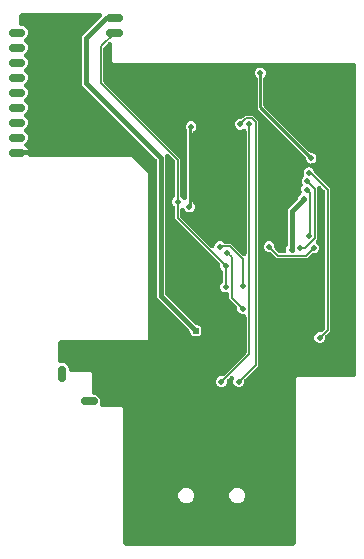
<source format=gbr>
G04 EAGLE Gerber RS-274X export*
G75*
%MOMM*%
%FSLAX34Y34*%
%LPD*%
%INBottom Copper*%
%IPPOS*%
%AMOC8*
5,1,8,0,0,1.08239X$1,22.5*%
G01*
%ADD10C,0.711200*%
%ADD11C,0.503200*%
%ADD12C,0.152400*%
%ADD13C,0.406400*%
%ADD14C,0.604800*%
%ADD15C,0.228600*%

G36*
X365986Y-10697D02*
X365986Y-10697D01*
X366004Y-10699D01*
X366186Y-10678D01*
X366369Y-10659D01*
X366386Y-10654D01*
X366403Y-10652D01*
X366578Y-10595D01*
X366754Y-10541D01*
X366769Y-10533D01*
X366786Y-10527D01*
X366946Y-10437D01*
X367108Y-10349D01*
X367121Y-10338D01*
X367137Y-10329D01*
X367276Y-10209D01*
X367417Y-10092D01*
X367428Y-10078D01*
X367442Y-10066D01*
X367554Y-9921D01*
X367669Y-9778D01*
X367677Y-9762D01*
X367688Y-9748D01*
X367770Y-9583D01*
X367855Y-9421D01*
X367860Y-9404D01*
X367868Y-9388D01*
X367915Y-9209D01*
X367966Y-9034D01*
X367968Y-9016D01*
X367972Y-8999D01*
X367999Y-8668D01*
X367999Y130829D01*
X369171Y132001D01*
X416758Y132001D01*
X416776Y132003D01*
X416794Y132001D01*
X416976Y132022D01*
X417159Y132041D01*
X417176Y132046D01*
X417193Y132048D01*
X417368Y132105D01*
X417544Y132159D01*
X417559Y132167D01*
X417576Y132173D01*
X417736Y132263D01*
X417898Y132351D01*
X417911Y132362D01*
X417927Y132371D01*
X418066Y132491D01*
X418207Y132608D01*
X418218Y132622D01*
X418232Y132634D01*
X418344Y132779D01*
X418459Y132922D01*
X418467Y132938D01*
X418478Y132952D01*
X418560Y133117D01*
X418645Y133279D01*
X418650Y133296D01*
X418658Y133312D01*
X418705Y133491D01*
X418756Y133666D01*
X418758Y133684D01*
X418762Y133701D01*
X418789Y134032D01*
X418789Y396222D01*
X418787Y396240D01*
X418789Y396258D01*
X418768Y396440D01*
X418749Y396623D01*
X418744Y396640D01*
X418742Y396657D01*
X418685Y396832D01*
X418631Y397008D01*
X418623Y397023D01*
X418617Y397040D01*
X418527Y397200D01*
X418439Y397362D01*
X418428Y397375D01*
X418419Y397391D01*
X418299Y397530D01*
X418182Y397671D01*
X418168Y397682D01*
X418156Y397696D01*
X418011Y397808D01*
X417868Y397923D01*
X417852Y397931D01*
X417838Y397942D01*
X417673Y398024D01*
X417511Y398109D01*
X417494Y398114D01*
X417478Y398122D01*
X417299Y398169D01*
X417124Y398220D01*
X417106Y398222D01*
X417089Y398226D01*
X416758Y398253D01*
X213743Y398253D01*
X212571Y399425D01*
X212571Y413727D01*
X212570Y413736D01*
X212571Y413744D01*
X212550Y413936D01*
X212531Y414127D01*
X212529Y414136D01*
X212528Y414145D01*
X212470Y414327D01*
X212413Y414512D01*
X212409Y414520D01*
X212406Y414529D01*
X212313Y414697D01*
X212221Y414866D01*
X212216Y414873D01*
X212211Y414881D01*
X212087Y415028D01*
X211964Y415176D01*
X211957Y415181D01*
X211951Y415188D01*
X211800Y415307D01*
X211650Y415428D01*
X211642Y415432D01*
X211635Y415438D01*
X211462Y415525D01*
X211293Y415613D01*
X211284Y415616D01*
X211276Y415620D01*
X211090Y415672D01*
X210906Y415725D01*
X210897Y415725D01*
X210888Y415728D01*
X210695Y415742D01*
X210504Y415758D01*
X210496Y415757D01*
X210487Y415757D01*
X210294Y415733D01*
X210105Y415711D01*
X210096Y415708D01*
X210087Y415707D01*
X209904Y415645D01*
X209722Y415586D01*
X209714Y415581D01*
X209706Y415579D01*
X209539Y415483D01*
X209371Y415388D01*
X209364Y415382D01*
X209357Y415378D01*
X209104Y415163D01*
X205828Y411887D01*
X205811Y411866D01*
X205790Y411849D01*
X205684Y411711D01*
X205573Y411575D01*
X205560Y411552D01*
X205544Y411531D01*
X205466Y411374D01*
X205384Y411220D01*
X205376Y411194D01*
X205364Y411170D01*
X205319Y411001D01*
X205269Y410834D01*
X205267Y410807D01*
X205260Y410781D01*
X205233Y410451D01*
X205233Y382683D01*
X205235Y382657D01*
X205233Y382630D01*
X205255Y382456D01*
X205273Y382283D01*
X205280Y382257D01*
X205284Y382231D01*
X205339Y382065D01*
X205391Y381898D01*
X205404Y381874D01*
X205412Y381849D01*
X205499Y381697D01*
X205583Y381544D01*
X205600Y381523D01*
X205613Y381500D01*
X205828Y381247D01*
X270003Y317072D01*
X270003Y285866D01*
X270005Y285840D01*
X270003Y285813D01*
X270025Y285639D01*
X270043Y285466D01*
X270050Y285440D01*
X270054Y285414D01*
X270109Y285248D01*
X270161Y285081D01*
X270174Y285057D01*
X270182Y285032D01*
X270269Y284880D01*
X270353Y284727D01*
X270368Y284708D01*
X270376Y284694D01*
X270378Y284692D01*
X270383Y284683D01*
X270598Y284430D01*
X271799Y283229D01*
X271808Y283206D01*
X271810Y283202D01*
X271812Y283198D01*
X271905Y283026D01*
X271998Y282851D01*
X272001Y282848D01*
X272004Y282844D01*
X272130Y282692D01*
X272255Y282541D01*
X272258Y282538D01*
X272261Y282535D01*
X272414Y282412D01*
X272568Y282287D01*
X272572Y282285D01*
X272575Y282282D01*
X272748Y282192D01*
X272924Y282100D01*
X272928Y282099D01*
X272932Y282097D01*
X273121Y282042D01*
X273310Y281987D01*
X273315Y281987D01*
X273319Y281985D01*
X273518Y281969D01*
X273712Y281952D01*
X273716Y281953D01*
X273721Y281952D01*
X273918Y281976D01*
X274112Y281997D01*
X274116Y281999D01*
X274120Y281999D01*
X274311Y282061D01*
X274495Y282121D01*
X274499Y282123D01*
X274503Y282124D01*
X274677Y282222D01*
X274846Y282317D01*
X274850Y282320D01*
X274854Y282322D01*
X275000Y282449D01*
X275152Y282579D01*
X275155Y282582D01*
X275159Y282585D01*
X275279Y282741D01*
X275401Y282896D01*
X275403Y282900D01*
X275405Y282903D01*
X275493Y283079D01*
X275581Y283255D01*
X275583Y283260D01*
X275585Y283264D01*
X275636Y283456D01*
X275688Y283644D01*
X275688Y283648D01*
X275689Y283653D01*
X275716Y283983D01*
X275716Y340857D01*
X275713Y340887D01*
X275715Y340919D01*
X275693Y341088D01*
X275676Y341257D01*
X275667Y341287D01*
X275663Y341318D01*
X275562Y341634D01*
X274883Y343272D01*
X274883Y345068D01*
X275571Y346729D01*
X276841Y347999D01*
X278502Y348687D01*
X280298Y348687D01*
X281959Y347999D01*
X283229Y346729D01*
X283917Y345068D01*
X283917Y343272D01*
X283229Y341611D01*
X281959Y340341D01*
X281798Y340274D01*
X281778Y340264D01*
X281757Y340257D01*
X281601Y340169D01*
X281443Y340084D01*
X281426Y340070D01*
X281406Y340059D01*
X281271Y339942D01*
X281132Y339828D01*
X281118Y339810D01*
X281101Y339796D01*
X280992Y339654D01*
X280879Y339515D01*
X280868Y339495D01*
X280855Y339478D01*
X280775Y339317D01*
X280692Y339159D01*
X280685Y339137D01*
X280675Y339117D01*
X280629Y338943D01*
X280579Y338772D01*
X280577Y338750D01*
X280571Y338728D01*
X280544Y338398D01*
X280544Y280757D01*
X280546Y280731D01*
X280544Y280704D01*
X280566Y280530D01*
X280584Y280357D01*
X280592Y280331D01*
X280595Y280304D01*
X280650Y280139D01*
X280702Y279972D01*
X280715Y279948D01*
X280723Y279923D01*
X280810Y279771D01*
X280894Y279618D01*
X280911Y279597D01*
X280924Y279574D01*
X281139Y279321D01*
X281879Y278581D01*
X282567Y276920D01*
X282567Y275124D01*
X281879Y273463D01*
X280609Y272193D01*
X278948Y271505D01*
X277152Y271505D01*
X275491Y272193D01*
X274221Y273463D01*
X273911Y274213D01*
X273909Y274217D01*
X273907Y274221D01*
X273814Y274394D01*
X273720Y274567D01*
X273718Y274571D01*
X273715Y274575D01*
X273590Y274725D01*
X273464Y274878D01*
X273461Y274881D01*
X273458Y274884D01*
X273304Y275008D01*
X273151Y275132D01*
X273147Y275134D01*
X273144Y275136D01*
X272971Y275226D01*
X272795Y275319D01*
X272790Y275320D01*
X272787Y275322D01*
X272601Y275375D01*
X272409Y275432D01*
X272404Y275432D01*
X272400Y275433D01*
X272203Y275450D01*
X272007Y275466D01*
X272003Y275466D01*
X271998Y275466D01*
X271803Y275443D01*
X271607Y275421D01*
X271603Y275420D01*
X271599Y275419D01*
X271411Y275358D01*
X271224Y275298D01*
X271220Y275296D01*
X271216Y275295D01*
X271043Y275197D01*
X270872Y275102D01*
X270869Y275099D01*
X270865Y275097D01*
X270717Y274969D01*
X270567Y274840D01*
X270564Y274836D01*
X270560Y274833D01*
X270441Y274680D01*
X270318Y274523D01*
X270316Y274519D01*
X270314Y274515D01*
X270227Y274340D01*
X270138Y274163D01*
X270136Y274159D01*
X270134Y274155D01*
X270083Y273964D01*
X270031Y273775D01*
X270031Y273770D01*
X270030Y273766D01*
X270003Y273435D01*
X270003Y268383D01*
X270005Y268357D01*
X270003Y268330D01*
X270025Y268156D01*
X270043Y267983D01*
X270050Y267957D01*
X270054Y267931D01*
X270109Y267765D01*
X270161Y267598D01*
X270174Y267574D01*
X270182Y267549D01*
X270269Y267397D01*
X270353Y267244D01*
X270370Y267223D01*
X270383Y267200D01*
X270598Y266947D01*
X295804Y241741D01*
X295811Y241735D01*
X295816Y241728D01*
X295966Y241608D01*
X296115Y241486D01*
X296123Y241482D01*
X296130Y241476D01*
X296301Y241387D01*
X296471Y241297D01*
X296479Y241295D01*
X296487Y241291D01*
X296673Y241237D01*
X296857Y241183D01*
X296866Y241182D01*
X296874Y241179D01*
X297066Y241164D01*
X297258Y241146D01*
X297267Y241147D01*
X297276Y241146D01*
X297465Y241169D01*
X297658Y241190D01*
X297667Y241192D01*
X297675Y241193D01*
X297857Y241253D01*
X298042Y241311D01*
X298050Y241315D01*
X298058Y241318D01*
X298227Y241413D01*
X298394Y241506D01*
X298401Y241512D01*
X298409Y241516D01*
X298555Y241642D01*
X298701Y241766D01*
X298707Y241773D01*
X298714Y241779D01*
X298831Y241931D01*
X298951Y242082D01*
X298955Y242090D01*
X298960Y242097D01*
X299046Y242269D01*
X299133Y242441D01*
X299136Y242450D01*
X299140Y242458D01*
X299190Y242644D01*
X299241Y242829D01*
X299242Y242838D01*
X299244Y242847D01*
X299271Y243177D01*
X299271Y243468D01*
X299959Y245129D01*
X301229Y246399D01*
X302890Y247087D01*
X304686Y247087D01*
X306347Y246399D01*
X307350Y245396D01*
X307371Y245379D01*
X307388Y245358D01*
X307526Y245251D01*
X307661Y245141D01*
X307685Y245128D01*
X307706Y245112D01*
X307863Y245034D01*
X308017Y244952D01*
X308043Y244944D01*
X308067Y244932D01*
X308236Y244887D01*
X308403Y244837D01*
X308430Y244835D01*
X308456Y244828D01*
X308786Y244801D01*
X312908Y244801D01*
X314694Y243015D01*
X322907Y234802D01*
X322914Y234797D01*
X322919Y234790D01*
X323069Y234669D01*
X323218Y234547D01*
X323226Y234543D01*
X323233Y234537D01*
X323403Y234449D01*
X323574Y234359D01*
X323583Y234356D01*
X323590Y234352D01*
X323775Y234299D01*
X323960Y234244D01*
X323969Y234243D01*
X323977Y234240D01*
X324169Y234225D01*
X324361Y234207D01*
X324370Y234208D01*
X324379Y234208D01*
X324568Y234230D01*
X324761Y234251D01*
X324770Y234253D01*
X324778Y234255D01*
X324960Y234314D01*
X325145Y234372D01*
X325153Y234377D01*
X325161Y234379D01*
X325330Y234474D01*
X325497Y234567D01*
X325504Y234573D01*
X325512Y234577D01*
X325658Y234703D01*
X325804Y234828D01*
X325810Y234835D01*
X325817Y234840D01*
X325934Y234992D01*
X326054Y235144D01*
X326058Y235152D01*
X326063Y235159D01*
X326149Y235331D01*
X326236Y235502D01*
X326239Y235511D01*
X326243Y235519D01*
X326293Y235706D01*
X326344Y235890D01*
X326345Y235899D01*
X326347Y235908D01*
X326374Y236239D01*
X326374Y340463D01*
X326373Y340477D01*
X326374Y340490D01*
X326353Y340676D01*
X326334Y340864D01*
X326330Y340877D01*
X326329Y340890D01*
X326271Y341069D01*
X326216Y341249D01*
X326210Y341261D01*
X326206Y341274D01*
X326114Y341438D01*
X326024Y341603D01*
X326016Y341613D01*
X326009Y341625D01*
X325887Y341768D01*
X325767Y341912D01*
X325756Y341921D01*
X325748Y341931D01*
X325599Y342047D01*
X325453Y342165D01*
X325441Y342171D01*
X325431Y342179D01*
X325262Y342264D01*
X325096Y342350D01*
X325083Y342354D01*
X325071Y342360D01*
X324890Y342409D01*
X324709Y342462D01*
X324695Y342463D01*
X324682Y342466D01*
X324494Y342479D01*
X324307Y342494D01*
X324294Y342493D01*
X324281Y342494D01*
X324093Y342469D01*
X323908Y342447D01*
X323895Y342443D01*
X323882Y342442D01*
X323566Y342340D01*
X321813Y341614D01*
X320017Y341614D01*
X318356Y342302D01*
X317086Y343572D01*
X316398Y345233D01*
X316398Y347029D01*
X317086Y348690D01*
X318356Y349960D01*
X320017Y350648D01*
X321771Y350648D01*
X321798Y350650D01*
X321824Y350648D01*
X321998Y350670D01*
X322172Y350688D01*
X322197Y350695D01*
X322224Y350699D01*
X322390Y350754D01*
X322557Y350806D01*
X322580Y350819D01*
X322606Y350827D01*
X322757Y350914D01*
X322911Y350998D01*
X322931Y351015D01*
X322954Y351028D01*
X323207Y351243D01*
X325379Y353414D01*
X331435Y353414D01*
X336043Y348806D01*
X336043Y141778D01*
X324772Y130507D01*
X324755Y130486D01*
X324734Y130469D01*
X324627Y130331D01*
X324517Y130195D01*
X324504Y130172D01*
X324488Y130151D01*
X324410Y129994D01*
X324328Y129840D01*
X324320Y129814D01*
X324308Y129790D01*
X324263Y129621D01*
X324213Y129454D01*
X324211Y129427D01*
X324204Y129401D01*
X324177Y129071D01*
X324177Y127372D01*
X323489Y125711D01*
X322219Y124441D01*
X320558Y123753D01*
X318762Y123753D01*
X317101Y124441D01*
X315831Y125711D01*
X315143Y127372D01*
X315143Y129168D01*
X315612Y130301D01*
X315614Y130306D01*
X315616Y130309D01*
X315672Y130498D01*
X315729Y130687D01*
X315729Y130691D01*
X315731Y130695D01*
X315749Y130896D01*
X315767Y131087D01*
X315767Y131092D01*
X315767Y131096D01*
X315745Y131295D01*
X315725Y131488D01*
X315724Y131492D01*
X315724Y131497D01*
X315664Y131684D01*
X315606Y131872D01*
X315603Y131876D01*
X315602Y131880D01*
X315508Y132051D01*
X315412Y132225D01*
X315409Y132229D01*
X315407Y132233D01*
X315280Y132382D01*
X315153Y132534D01*
X315150Y132536D01*
X315147Y132540D01*
X314993Y132661D01*
X314838Y132785D01*
X314834Y132787D01*
X314831Y132789D01*
X314657Y132878D01*
X314480Y132968D01*
X314476Y132970D01*
X314472Y132972D01*
X314281Y133025D01*
X314093Y133078D01*
X314088Y133078D01*
X314084Y133080D01*
X313883Y133094D01*
X313691Y133109D01*
X313687Y133109D01*
X313683Y133109D01*
X313485Y133084D01*
X313292Y133061D01*
X313288Y133059D01*
X313283Y133059D01*
X313097Y132996D01*
X312910Y132934D01*
X312906Y132932D01*
X312901Y132930D01*
X312728Y132830D01*
X312560Y132735D01*
X312557Y132732D01*
X312553Y132730D01*
X312300Y132515D01*
X310292Y130507D01*
X310275Y130486D01*
X310254Y130469D01*
X310147Y130331D01*
X310037Y130195D01*
X310024Y130172D01*
X310008Y130151D01*
X309930Y129994D01*
X309848Y129840D01*
X309840Y129814D01*
X309828Y129790D01*
X309783Y129621D01*
X309733Y129454D01*
X309731Y129427D01*
X309724Y129401D01*
X309697Y129071D01*
X309697Y127372D01*
X309009Y125711D01*
X307739Y124441D01*
X306078Y123753D01*
X304282Y123753D01*
X302621Y124441D01*
X301351Y125711D01*
X300663Y127372D01*
X300663Y129168D01*
X301351Y130829D01*
X302621Y132099D01*
X304282Y132787D01*
X305981Y132787D01*
X306007Y132789D01*
X306034Y132787D01*
X306208Y132809D01*
X306381Y132827D01*
X306407Y132834D01*
X306433Y132838D01*
X306599Y132893D01*
X306766Y132945D01*
X306790Y132958D01*
X306815Y132966D01*
X306967Y133053D01*
X307120Y133137D01*
X307141Y133154D01*
X307164Y133167D01*
X307417Y133382D01*
X325779Y151744D01*
X325796Y151765D01*
X325817Y151782D01*
X325924Y151920D01*
X326034Y152056D01*
X326047Y152079D01*
X326063Y152100D01*
X326141Y152257D01*
X326223Y152411D01*
X326231Y152437D01*
X326243Y152461D01*
X326288Y152630D01*
X326338Y152797D01*
X326340Y152824D01*
X326347Y152850D01*
X326374Y153180D01*
X326374Y183174D01*
X326372Y183192D01*
X326374Y183210D01*
X326353Y183392D01*
X326334Y183575D01*
X326329Y183592D01*
X326327Y183609D01*
X326270Y183784D01*
X326216Y183960D01*
X326208Y183975D01*
X326202Y183992D01*
X326112Y184152D01*
X326024Y184314D01*
X326013Y184327D01*
X326004Y184343D01*
X325884Y184482D01*
X325767Y184623D01*
X325753Y184634D01*
X325741Y184648D01*
X325596Y184760D01*
X325453Y184875D01*
X325437Y184883D01*
X325423Y184894D01*
X325258Y184976D01*
X325096Y185061D01*
X325079Y185066D01*
X325063Y185074D01*
X324884Y185121D01*
X324709Y185172D01*
X324691Y185174D01*
X324674Y185178D01*
X324343Y185205D01*
X322231Y185205D01*
X320570Y185893D01*
X319300Y187163D01*
X318612Y188824D01*
X318612Y190523D01*
X318610Y190549D01*
X318612Y190576D01*
X318590Y190750D01*
X318572Y190923D01*
X318565Y190949D01*
X318561Y190975D01*
X318506Y191141D01*
X318454Y191308D01*
X318441Y191332D01*
X318433Y191357D01*
X318346Y191509D01*
X318262Y191662D01*
X318245Y191683D01*
X318232Y191706D01*
X318017Y191959D01*
X311855Y198121D01*
X311855Y201732D01*
X311853Y201750D01*
X311855Y201768D01*
X311834Y201950D01*
X311815Y202133D01*
X311810Y202150D01*
X311808Y202167D01*
X311751Y202342D01*
X311697Y202518D01*
X311689Y202533D01*
X311683Y202550D01*
X311593Y202710D01*
X311505Y202872D01*
X311494Y202885D01*
X311485Y202901D01*
X311365Y203040D01*
X311248Y203181D01*
X311234Y203192D01*
X311222Y203206D01*
X311077Y203318D01*
X310934Y203433D01*
X310918Y203441D01*
X310904Y203452D01*
X310739Y203534D01*
X310577Y203619D01*
X310560Y203624D01*
X310544Y203632D01*
X310365Y203679D01*
X310190Y203730D01*
X310172Y203732D01*
X310155Y203736D01*
X309824Y203763D01*
X307712Y203763D01*
X306051Y204451D01*
X304781Y205721D01*
X304093Y207382D01*
X304093Y209178D01*
X304781Y210839D01*
X305982Y212040D01*
X305999Y212061D01*
X306020Y212078D01*
X306127Y212216D01*
X306237Y212351D01*
X306250Y212375D01*
X306266Y212396D01*
X306344Y212553D01*
X306426Y212707D01*
X306434Y212733D01*
X306446Y212757D01*
X306491Y212926D01*
X306541Y213093D01*
X306543Y213120D01*
X306550Y213146D01*
X306577Y213476D01*
X306577Y220864D01*
X306576Y220881D01*
X306577Y220899D01*
X306576Y220908D01*
X306577Y220917D01*
X306555Y221091D01*
X306537Y221264D01*
X306532Y221282D01*
X306530Y221299D01*
X306527Y221307D01*
X306526Y221316D01*
X306471Y221482D01*
X306419Y221649D01*
X306410Y221666D01*
X306405Y221681D01*
X306401Y221689D01*
X306398Y221698D01*
X306311Y221850D01*
X306227Y222003D01*
X306215Y222018D01*
X306207Y222032D01*
X306202Y222038D01*
X306197Y222047D01*
X305982Y222300D01*
X304781Y223501D01*
X304093Y225162D01*
X304093Y226861D01*
X304091Y226887D01*
X304093Y226914D01*
X304071Y227088D01*
X304053Y227261D01*
X304046Y227287D01*
X304042Y227313D01*
X303987Y227479D01*
X303935Y227646D01*
X303922Y227670D01*
X303914Y227695D01*
X303827Y227847D01*
X303743Y228000D01*
X303726Y228021D01*
X303713Y228044D01*
X303498Y228297D01*
X265937Y265858D01*
X265937Y275474D01*
X265935Y275500D01*
X265937Y275527D01*
X265915Y275701D01*
X265897Y275874D01*
X265890Y275900D01*
X265886Y275926D01*
X265831Y276092D01*
X265779Y276259D01*
X265766Y276283D01*
X265758Y276308D01*
X265671Y276460D01*
X265587Y276613D01*
X265570Y276634D01*
X265557Y276657D01*
X265342Y276910D01*
X264141Y278111D01*
X263453Y279772D01*
X263453Y281568D01*
X264141Y283229D01*
X265342Y284430D01*
X265347Y284435D01*
X265352Y284440D01*
X265364Y284455D01*
X265380Y284468D01*
X265487Y284606D01*
X265597Y284741D01*
X265603Y284751D01*
X265604Y284753D01*
X265611Y284767D01*
X265626Y284786D01*
X265704Y284943D01*
X265786Y285097D01*
X265794Y285123D01*
X265806Y285147D01*
X265851Y285316D01*
X265901Y285483D01*
X265903Y285510D01*
X265910Y285536D01*
X265937Y285866D01*
X265937Y314547D01*
X265935Y314573D01*
X265937Y314600D01*
X265915Y314774D01*
X265897Y314947D01*
X265890Y314973D01*
X265886Y314999D01*
X265831Y315165D01*
X265779Y315332D01*
X265766Y315356D01*
X265758Y315381D01*
X265671Y315532D01*
X265587Y315686D01*
X265570Y315707D01*
X265557Y315730D01*
X265342Y315983D01*
X260770Y320555D01*
X260763Y320561D01*
X260758Y320568D01*
X260608Y320688D01*
X260459Y320810D01*
X260451Y320814D01*
X260444Y320820D01*
X260274Y320908D01*
X260103Y320999D01*
X260094Y321001D01*
X260087Y321005D01*
X259902Y321059D01*
X259717Y321113D01*
X259708Y321114D01*
X259700Y321117D01*
X259508Y321132D01*
X259316Y321150D01*
X259307Y321149D01*
X259298Y321150D01*
X259109Y321127D01*
X258916Y321106D01*
X258907Y321104D01*
X258899Y321103D01*
X258717Y321043D01*
X258532Y320985D01*
X258524Y320981D01*
X258516Y320978D01*
X258347Y320883D01*
X258180Y320790D01*
X258173Y320784D01*
X258165Y320780D01*
X258019Y320654D01*
X257873Y320530D01*
X257867Y320523D01*
X257860Y320517D01*
X257743Y320365D01*
X257623Y320214D01*
X257619Y320206D01*
X257614Y320199D01*
X257528Y320027D01*
X257441Y319855D01*
X257438Y319846D01*
X257434Y319838D01*
X257384Y319652D01*
X257333Y319467D01*
X257332Y319458D01*
X257330Y319449D01*
X257303Y319119D01*
X257303Y202869D01*
X257305Y202843D01*
X257303Y202816D01*
X257325Y202642D01*
X257343Y202469D01*
X257350Y202443D01*
X257354Y202417D01*
X257409Y202251D01*
X257461Y202084D01*
X257474Y202060D01*
X257482Y202035D01*
X257569Y201883D01*
X257653Y201730D01*
X257670Y201709D01*
X257683Y201686D01*
X257898Y201433D01*
X282261Y177070D01*
X282282Y177053D01*
X282299Y177032D01*
X282437Y176925D01*
X282573Y176815D01*
X282596Y176802D01*
X282617Y176786D01*
X282774Y176708D01*
X282928Y176626D01*
X282954Y176618D01*
X282978Y176606D01*
X283147Y176561D01*
X283314Y176511D01*
X283341Y176509D01*
X283367Y176502D01*
X283697Y176475D01*
X284209Y176475D01*
X286056Y175710D01*
X287470Y174296D01*
X288235Y172449D01*
X288235Y170451D01*
X287470Y168604D01*
X286056Y167190D01*
X284209Y166425D01*
X282211Y166425D01*
X280364Y167190D01*
X278950Y168604D01*
X278185Y170451D01*
X278185Y170963D01*
X278183Y170989D01*
X278185Y171016D01*
X278163Y171190D01*
X278145Y171363D01*
X278138Y171389D01*
X278134Y171415D01*
X278079Y171581D01*
X278027Y171748D01*
X278014Y171772D01*
X278006Y171797D01*
X277919Y171949D01*
X277835Y172102D01*
X277818Y172123D01*
X277805Y172146D01*
X277590Y172399D01*
X250697Y199292D01*
X250697Y315291D01*
X250695Y315317D01*
X250697Y315344D01*
X250675Y315518D01*
X250657Y315691D01*
X250650Y315717D01*
X250646Y315743D01*
X250591Y315909D01*
X250539Y316076D01*
X250526Y316100D01*
X250518Y316125D01*
X250431Y316277D01*
X250347Y316430D01*
X250330Y316451D01*
X250317Y316474D01*
X250102Y316727D01*
X189727Y377102D01*
X187197Y379632D01*
X187197Y420468D01*
X203481Y436752D01*
X203487Y436759D01*
X203493Y436764D01*
X203614Y436914D01*
X203736Y437063D01*
X203740Y437071D01*
X203746Y437078D01*
X203834Y437248D01*
X203925Y437419D01*
X203927Y437428D01*
X203931Y437435D01*
X203984Y437620D01*
X204039Y437805D01*
X204040Y437814D01*
X204043Y437822D01*
X204058Y438014D01*
X204076Y438206D01*
X204075Y438215D01*
X204076Y438224D01*
X204053Y438413D01*
X204032Y438606D01*
X204030Y438615D01*
X204029Y438623D01*
X203969Y438805D01*
X203911Y438990D01*
X203907Y438998D01*
X203904Y439006D01*
X203809Y439175D01*
X203716Y439342D01*
X203710Y439349D01*
X203706Y439357D01*
X203580Y439503D01*
X203456Y439649D01*
X203449Y439655D01*
X203443Y439662D01*
X203291Y439779D01*
X203140Y439899D01*
X203132Y439903D01*
X203125Y439908D01*
X202953Y439994D01*
X202781Y440081D01*
X202772Y440084D01*
X202764Y440088D01*
X202578Y440138D01*
X202393Y440189D01*
X202384Y440190D01*
X202375Y440192D01*
X202045Y440219D01*
X136064Y440219D01*
X136046Y440217D01*
X136028Y440219D01*
X135846Y440198D01*
X135663Y440179D01*
X135646Y440174D01*
X135629Y440172D01*
X135454Y440115D01*
X135278Y440061D01*
X135263Y440053D01*
X135246Y440047D01*
X135086Y439957D01*
X134924Y439869D01*
X134911Y439858D01*
X134895Y439849D01*
X134756Y439729D01*
X134615Y439612D01*
X134604Y439598D01*
X134590Y439586D01*
X134478Y439441D01*
X134363Y439298D01*
X134355Y439282D01*
X134344Y439268D01*
X134262Y439103D01*
X134177Y438941D01*
X134172Y438924D01*
X134164Y438908D01*
X134117Y438729D01*
X134066Y438554D01*
X134064Y438536D01*
X134060Y438519D01*
X134033Y438188D01*
X134033Y431188D01*
X134035Y431170D01*
X134033Y431152D01*
X134054Y430970D01*
X134073Y430787D01*
X134078Y430770D01*
X134080Y430753D01*
X134137Y430578D01*
X134191Y430402D01*
X134199Y430387D01*
X134205Y430370D01*
X134295Y430210D01*
X134383Y430048D01*
X134394Y430035D01*
X134403Y430019D01*
X134523Y429880D01*
X134640Y429739D01*
X134654Y429728D01*
X134666Y429714D01*
X134811Y429602D01*
X134954Y429487D01*
X134970Y429479D01*
X134984Y429468D01*
X135149Y429386D01*
X135311Y429301D01*
X135328Y429296D01*
X135344Y429288D01*
X135523Y429241D01*
X135698Y429190D01*
X135716Y429188D01*
X135733Y429184D01*
X136064Y429157D01*
X136777Y429157D01*
X138820Y428311D01*
X140383Y426748D01*
X141229Y424705D01*
X141229Y422495D01*
X140383Y420452D01*
X138617Y418686D01*
X138605Y418673D01*
X138592Y418661D01*
X138478Y418517D01*
X138362Y418375D01*
X138353Y418359D01*
X138342Y418345D01*
X138259Y418181D01*
X138173Y418019D01*
X138168Y418002D01*
X138160Y417986D01*
X138111Y417809D01*
X138058Y417633D01*
X138057Y417615D01*
X138052Y417598D01*
X138038Y417415D01*
X138022Y417232D01*
X138024Y417214D01*
X138022Y417197D01*
X138045Y417015D01*
X138065Y416832D01*
X138071Y416815D01*
X138073Y416797D01*
X138131Y416624D01*
X138187Y416448D01*
X138195Y416432D01*
X138201Y416416D01*
X138293Y416257D01*
X138382Y416096D01*
X138393Y416082D01*
X138402Y416067D01*
X138617Y415814D01*
X140383Y414048D01*
X141229Y412005D01*
X141229Y409795D01*
X140383Y407752D01*
X138617Y405986D01*
X138605Y405973D01*
X138592Y405961D01*
X138478Y405817D01*
X138362Y405675D01*
X138353Y405659D01*
X138342Y405645D01*
X138259Y405481D01*
X138173Y405319D01*
X138168Y405302D01*
X138160Y405286D01*
X138111Y405109D01*
X138058Y404933D01*
X138057Y404915D01*
X138052Y404898D01*
X138038Y404715D01*
X138022Y404532D01*
X138024Y404514D01*
X138022Y404497D01*
X138045Y404315D01*
X138065Y404132D01*
X138071Y404115D01*
X138073Y404097D01*
X138131Y403924D01*
X138187Y403748D01*
X138195Y403732D01*
X138201Y403716D01*
X138293Y403557D01*
X138382Y403396D01*
X138393Y403382D01*
X138402Y403367D01*
X138617Y403114D01*
X140383Y401348D01*
X141229Y399305D01*
X141229Y397095D01*
X140383Y395052D01*
X138617Y393286D01*
X138605Y393273D01*
X138592Y393261D01*
X138478Y393117D01*
X138362Y392975D01*
X138353Y392959D01*
X138342Y392945D01*
X138259Y392781D01*
X138173Y392619D01*
X138168Y392602D01*
X138160Y392586D01*
X138111Y392409D01*
X138058Y392233D01*
X138057Y392215D01*
X138052Y392198D01*
X138038Y392015D01*
X138022Y391832D01*
X138024Y391814D01*
X138022Y391797D01*
X138045Y391615D01*
X138065Y391432D01*
X138071Y391415D01*
X138073Y391397D01*
X138131Y391224D01*
X138187Y391048D01*
X138195Y391032D01*
X138201Y391016D01*
X138293Y390857D01*
X138382Y390696D01*
X138393Y390682D01*
X138402Y390667D01*
X138617Y390414D01*
X140383Y388648D01*
X141229Y386605D01*
X141229Y384395D01*
X140383Y382352D01*
X138617Y380586D01*
X138605Y380573D01*
X138592Y380561D01*
X138478Y380417D01*
X138362Y380275D01*
X138353Y380259D01*
X138342Y380245D01*
X138259Y380081D01*
X138173Y379919D01*
X138168Y379902D01*
X138160Y379886D01*
X138111Y379709D01*
X138058Y379533D01*
X138057Y379515D01*
X138052Y379498D01*
X138038Y379315D01*
X138022Y379132D01*
X138024Y379114D01*
X138022Y379097D01*
X138045Y378915D01*
X138065Y378732D01*
X138071Y378715D01*
X138073Y378697D01*
X138131Y378524D01*
X138187Y378348D01*
X138195Y378332D01*
X138201Y378316D01*
X138293Y378157D01*
X138382Y377996D01*
X138393Y377982D01*
X138402Y377967D01*
X138617Y377714D01*
X140383Y375948D01*
X141229Y373905D01*
X141229Y371695D01*
X140383Y369652D01*
X138617Y367886D01*
X138605Y367873D01*
X138592Y367861D01*
X138478Y367717D01*
X138362Y367575D01*
X138353Y367559D01*
X138342Y367545D01*
X138259Y367381D01*
X138173Y367219D01*
X138168Y367202D01*
X138160Y367186D01*
X138111Y367009D01*
X138058Y366833D01*
X138057Y366815D01*
X138052Y366798D01*
X138038Y366615D01*
X138022Y366432D01*
X138024Y366414D01*
X138022Y366397D01*
X138045Y366215D01*
X138065Y366032D01*
X138071Y366015D01*
X138073Y365997D01*
X138131Y365824D01*
X138187Y365648D01*
X138195Y365632D01*
X138201Y365616D01*
X138293Y365457D01*
X138382Y365296D01*
X138393Y365282D01*
X138402Y365267D01*
X138617Y365014D01*
X140383Y363248D01*
X141229Y361205D01*
X141229Y358995D01*
X140383Y356952D01*
X138617Y355186D01*
X138605Y355173D01*
X138592Y355161D01*
X138478Y355017D01*
X138362Y354875D01*
X138353Y354859D01*
X138342Y354845D01*
X138259Y354681D01*
X138173Y354519D01*
X138168Y354502D01*
X138160Y354486D01*
X138111Y354309D01*
X138058Y354133D01*
X138057Y354115D01*
X138052Y354098D01*
X138038Y353915D01*
X138022Y353732D01*
X138024Y353714D01*
X138022Y353697D01*
X138045Y353515D01*
X138065Y353332D01*
X138071Y353315D01*
X138073Y353297D01*
X138131Y353124D01*
X138187Y352948D01*
X138195Y352932D01*
X138201Y352916D01*
X138293Y352757D01*
X138382Y352596D01*
X138393Y352582D01*
X138402Y352567D01*
X138617Y352314D01*
X140383Y350548D01*
X141229Y348505D01*
X141229Y346295D01*
X140383Y344252D01*
X138617Y342486D01*
X138605Y342473D01*
X138592Y342461D01*
X138478Y342317D01*
X138362Y342175D01*
X138353Y342159D01*
X138342Y342145D01*
X138259Y341981D01*
X138173Y341819D01*
X138168Y341802D01*
X138160Y341786D01*
X138111Y341609D01*
X138058Y341433D01*
X138057Y341415D01*
X138052Y341398D01*
X138038Y341215D01*
X138022Y341032D01*
X138024Y341014D01*
X138022Y340997D01*
X138045Y340815D01*
X138065Y340632D01*
X138071Y340615D01*
X138073Y340597D01*
X138131Y340424D01*
X138187Y340248D01*
X138195Y340232D01*
X138201Y340216D01*
X138293Y340057D01*
X138382Y339896D01*
X138393Y339882D01*
X138402Y339867D01*
X138617Y339614D01*
X140383Y337848D01*
X141229Y335805D01*
X141229Y333595D01*
X140383Y331552D01*
X138915Y330085D01*
X138905Y330073D01*
X138893Y330063D01*
X138778Y329917D01*
X138660Y329773D01*
X138653Y329760D01*
X138643Y329747D01*
X138558Y329581D01*
X138472Y329418D01*
X138467Y329403D01*
X138460Y329389D01*
X138410Y329210D01*
X138357Y329032D01*
X138355Y329016D01*
X138351Y329001D01*
X138337Y328817D01*
X138320Y328631D01*
X138322Y328615D01*
X138321Y328600D01*
X138344Y328416D01*
X138364Y328231D01*
X138369Y328216D01*
X138371Y328200D01*
X138429Y328025D01*
X138485Y327847D01*
X138493Y327833D01*
X138498Y327818D01*
X138590Y327657D01*
X138680Y327494D01*
X138690Y327482D01*
X138698Y327469D01*
X138821Y327329D01*
X138941Y327187D01*
X138953Y327178D01*
X138963Y327166D01*
X139223Y326960D01*
X139558Y326736D01*
X140408Y325886D01*
X141075Y324888D01*
X141430Y324031D01*
X136064Y324031D01*
X136046Y324030D01*
X136028Y324031D01*
X135846Y324010D01*
X135663Y323991D01*
X135646Y323986D01*
X135629Y323984D01*
X135454Y323927D01*
X135278Y323873D01*
X135263Y323865D01*
X135246Y323859D01*
X135086Y323769D01*
X134924Y323682D01*
X134911Y323670D01*
X134895Y323661D01*
X134756Y323541D01*
X134615Y323424D01*
X134604Y323410D01*
X134590Y323398D01*
X134478Y323253D01*
X134363Y323110D01*
X134355Y323094D01*
X134344Y323080D01*
X134262Y322915D01*
X134177Y322753D01*
X134172Y322736D01*
X134164Y322720D01*
X134117Y322542D01*
X134066Y322366D01*
X134064Y322348D01*
X134060Y322331D01*
X134033Y322000D01*
X134034Y321982D01*
X134033Y321965D01*
X134033Y321964D01*
X134054Y321782D01*
X134073Y321599D01*
X134078Y321582D01*
X134080Y321564D01*
X134137Y321390D01*
X134191Y321214D01*
X134199Y321199D01*
X134205Y321182D01*
X134295Y321021D01*
X134383Y320860D01*
X134394Y320847D01*
X134403Y320831D01*
X134523Y320692D01*
X134640Y320551D01*
X134654Y320540D01*
X134666Y320526D01*
X134811Y320414D01*
X134954Y320299D01*
X134970Y320290D01*
X134984Y320280D01*
X135149Y320198D01*
X135311Y320113D01*
X135328Y320108D01*
X135344Y320100D01*
X135523Y320052D01*
X135698Y320002D01*
X135716Y320000D01*
X135733Y319996D01*
X136064Y319969D01*
X141612Y319969D01*
X141623Y319857D01*
X141628Y319842D01*
X141629Y319827D01*
X141687Y319649D01*
X141742Y319472D01*
X141749Y319459D01*
X141754Y319444D01*
X141846Y319281D01*
X141935Y319119D01*
X141945Y319107D01*
X141952Y319093D01*
X142074Y318952D01*
X142193Y318810D01*
X142205Y318800D01*
X142215Y318788D01*
X142363Y318674D01*
X142507Y318558D01*
X142521Y318551D01*
X142533Y318542D01*
X142700Y318459D01*
X142865Y318374D01*
X142880Y318369D01*
X142894Y318362D01*
X143074Y318314D01*
X143252Y318263D01*
X143268Y318262D01*
X143283Y318258D01*
X143614Y318231D01*
X229429Y318231D01*
X243301Y304359D01*
X243301Y164251D01*
X242129Y163079D01*
X168952Y163079D01*
X168934Y163077D01*
X168916Y163079D01*
X168734Y163058D01*
X168551Y163039D01*
X168534Y163034D01*
X168517Y163032D01*
X168342Y162975D01*
X168166Y162921D01*
X168151Y162913D01*
X168134Y162907D01*
X167974Y162817D01*
X167812Y162729D01*
X167799Y162718D01*
X167783Y162709D01*
X167644Y162589D01*
X167503Y162472D01*
X167492Y162458D01*
X167478Y162446D01*
X167366Y162301D01*
X167251Y162158D01*
X167243Y162142D01*
X167232Y162128D01*
X167150Y161963D01*
X167065Y161801D01*
X167060Y161784D01*
X167052Y161768D01*
X167005Y161589D01*
X166954Y161414D01*
X166952Y161396D01*
X166948Y161379D01*
X166921Y161048D01*
X166921Y145588D01*
X166922Y145574D01*
X166921Y145560D01*
X166942Y145373D01*
X166961Y145187D01*
X166965Y145174D01*
X166966Y145160D01*
X167024Y144981D01*
X167079Y144802D01*
X167085Y144790D01*
X167090Y144777D01*
X167181Y144613D01*
X167271Y144448D01*
X167279Y144438D01*
X167286Y144426D01*
X167409Y144283D01*
X167528Y144139D01*
X167539Y144130D01*
X167548Y144120D01*
X167696Y144004D01*
X167842Y143887D01*
X167854Y143880D01*
X167865Y143872D01*
X168034Y143787D01*
X168199Y143701D01*
X168213Y143697D01*
X168225Y143691D01*
X168406Y143642D01*
X168586Y143590D01*
X168600Y143589D01*
X168613Y143585D01*
X168800Y143572D01*
X168988Y143557D01*
X169001Y143559D01*
X169015Y143558D01*
X169130Y143573D01*
X171605Y143573D01*
X173648Y142727D01*
X175211Y141164D01*
X176057Y139121D01*
X176057Y138444D01*
X176059Y138426D01*
X176057Y138408D01*
X176078Y138226D01*
X176097Y138043D01*
X176102Y138026D01*
X176104Y138009D01*
X176161Y137834D01*
X176215Y137658D01*
X176223Y137643D01*
X176229Y137626D01*
X176319Y137466D01*
X176407Y137304D01*
X176418Y137291D01*
X176427Y137275D01*
X176547Y137136D01*
X176664Y136995D01*
X176678Y136984D01*
X176690Y136970D01*
X176835Y136858D01*
X176978Y136743D01*
X176994Y136735D01*
X177008Y136724D01*
X177173Y136642D01*
X177335Y136557D01*
X177352Y136552D01*
X177368Y136544D01*
X177547Y136497D01*
X177722Y136446D01*
X177740Y136444D01*
X177757Y136440D01*
X178088Y136413D01*
X194225Y136413D01*
X195397Y135241D01*
X195397Y119188D01*
X195399Y119170D01*
X195397Y119152D01*
X195418Y118970D01*
X195437Y118787D01*
X195442Y118770D01*
X195444Y118753D01*
X195501Y118578D01*
X195555Y118402D01*
X195563Y118387D01*
X195569Y118370D01*
X195659Y118210D01*
X195747Y118048D01*
X195758Y118035D01*
X195767Y118019D01*
X195887Y117880D01*
X196004Y117739D01*
X196018Y117728D01*
X196030Y117714D01*
X196175Y117602D01*
X196318Y117487D01*
X196334Y117479D01*
X196348Y117468D01*
X196513Y117386D01*
X196675Y117301D01*
X196692Y117296D01*
X196708Y117288D01*
X196887Y117241D01*
X197062Y117190D01*
X197080Y117188D01*
X197097Y117184D01*
X197428Y117157D01*
X198021Y117157D01*
X200064Y116311D01*
X201627Y114748D01*
X202473Y112705D01*
X202473Y110495D01*
X202156Y109729D01*
X202152Y109716D01*
X202146Y109705D01*
X202094Y109525D01*
X202039Y109344D01*
X202038Y109331D01*
X202034Y109318D01*
X202019Y109130D01*
X202001Y108943D01*
X202002Y108930D01*
X202001Y108916D01*
X202023Y108730D01*
X202043Y108543D01*
X202047Y108530D01*
X202048Y108517D01*
X202107Y108338D01*
X202163Y108158D01*
X202169Y108147D01*
X202173Y108134D01*
X202265Y107970D01*
X202356Y107805D01*
X202365Y107795D01*
X202371Y107783D01*
X202493Y107641D01*
X202615Y107497D01*
X202625Y107489D01*
X202634Y107478D01*
X202782Y107364D01*
X202930Y107246D01*
X202942Y107240D01*
X202952Y107232D01*
X203121Y107148D01*
X203288Y107062D01*
X203301Y107058D01*
X203313Y107052D01*
X203496Y107003D01*
X203675Y106952D01*
X203689Y106951D01*
X203702Y106948D01*
X204032Y106921D01*
X220829Y106921D01*
X222001Y105749D01*
X222001Y-8668D01*
X222003Y-8686D01*
X222001Y-8704D01*
X222022Y-8886D01*
X222041Y-9069D01*
X222046Y-9086D01*
X222048Y-9103D01*
X222105Y-9278D01*
X222159Y-9454D01*
X222167Y-9469D01*
X222173Y-9486D01*
X222263Y-9646D01*
X222351Y-9808D01*
X222362Y-9821D01*
X222371Y-9837D01*
X222491Y-9976D01*
X222608Y-10117D01*
X222622Y-10128D01*
X222634Y-10142D01*
X222779Y-10254D01*
X222922Y-10369D01*
X222938Y-10377D01*
X222952Y-10388D01*
X223117Y-10470D01*
X223279Y-10555D01*
X223296Y-10560D01*
X223312Y-10568D01*
X223491Y-10615D01*
X223666Y-10666D01*
X223684Y-10668D01*
X223701Y-10672D01*
X224032Y-10699D01*
X365968Y-10699D01*
X365986Y-10697D01*
G37*
%LPC*%
G36*
X387468Y160837D02*
X387468Y160837D01*
X385807Y161525D01*
X384537Y162795D01*
X383849Y164456D01*
X383849Y166252D01*
X384537Y167913D01*
X385807Y169183D01*
X387468Y169871D01*
X389167Y169871D01*
X389193Y169873D01*
X389220Y169871D01*
X389394Y169893D01*
X389567Y169911D01*
X389593Y169918D01*
X389619Y169922D01*
X389785Y169977D01*
X389952Y170029D01*
X389976Y170042D01*
X390001Y170050D01*
X390153Y170137D01*
X390306Y170221D01*
X390327Y170238D01*
X390350Y170251D01*
X390603Y170466D01*
X392342Y172205D01*
X392359Y172226D01*
X392380Y172243D01*
X392487Y172381D01*
X392597Y172517D01*
X392610Y172540D01*
X392626Y172561D01*
X392704Y172718D01*
X392786Y172872D01*
X392794Y172898D01*
X392806Y172922D01*
X392851Y173091D01*
X392901Y173258D01*
X392903Y173285D01*
X392910Y173311D01*
X392937Y173641D01*
X392937Y289147D01*
X392935Y289173D01*
X392937Y289200D01*
X392915Y289374D01*
X392897Y289547D01*
X392890Y289573D01*
X392886Y289599D01*
X392831Y289765D01*
X392779Y289932D01*
X392766Y289956D01*
X392758Y289981D01*
X392671Y290133D01*
X392587Y290286D01*
X392570Y290307D01*
X392557Y290330D01*
X392342Y290583D01*
X389682Y293244D01*
X389675Y293249D01*
X389669Y293256D01*
X389520Y293376D01*
X389370Y293499D01*
X389362Y293503D01*
X389355Y293508D01*
X389184Y293597D01*
X389015Y293687D01*
X389006Y293690D01*
X388998Y293694D01*
X388813Y293747D01*
X388629Y293802D01*
X388620Y293803D01*
X388611Y293805D01*
X388420Y293821D01*
X388228Y293838D01*
X388219Y293837D01*
X388210Y293838D01*
X388021Y293816D01*
X387827Y293795D01*
X387819Y293792D01*
X387810Y293791D01*
X387628Y293732D01*
X387444Y293673D01*
X387436Y293669D01*
X387427Y293666D01*
X387259Y293571D01*
X387091Y293479D01*
X387085Y293473D01*
X387077Y293468D01*
X386931Y293343D01*
X386784Y293218D01*
X386779Y293211D01*
X386772Y293205D01*
X386655Y293054D01*
X386535Y292902D01*
X386531Y292894D01*
X386525Y292887D01*
X386440Y292715D01*
X386352Y292543D01*
X386350Y292535D01*
X386346Y292527D01*
X386296Y292340D01*
X386244Y292155D01*
X386244Y292147D01*
X386241Y292138D01*
X386214Y291807D01*
X386214Y248875D01*
X385621Y248282D01*
X385609Y248268D01*
X385596Y248256D01*
X385482Y248112D01*
X385366Y247970D01*
X385357Y247954D01*
X385346Y247940D01*
X385263Y247777D01*
X385177Y247614D01*
X385172Y247597D01*
X385164Y247581D01*
X385114Y247405D01*
X385062Y247229D01*
X385060Y247211D01*
X385056Y247194D01*
X385042Y247011D01*
X385026Y246828D01*
X385028Y246810D01*
X385026Y246792D01*
X385049Y246610D01*
X385069Y246427D01*
X385074Y246410D01*
X385077Y246393D01*
X385135Y246219D01*
X385191Y246043D01*
X385199Y246028D01*
X385205Y246011D01*
X385296Y245853D01*
X385385Y245691D01*
X385397Y245677D01*
X385406Y245662D01*
X385621Y245409D01*
X387171Y243859D01*
X387859Y242198D01*
X387859Y240402D01*
X387171Y238741D01*
X385901Y237471D01*
X384240Y236783D01*
X382541Y236783D01*
X382515Y236781D01*
X382488Y236783D01*
X382314Y236761D01*
X382141Y236743D01*
X382115Y236736D01*
X382089Y236732D01*
X381923Y236677D01*
X381756Y236625D01*
X381732Y236612D01*
X381707Y236604D01*
X381555Y236517D01*
X381402Y236433D01*
X381381Y236416D01*
X381358Y236403D01*
X381105Y236188D01*
X377636Y232719D01*
X352416Y232719D01*
X347677Y237458D01*
X347656Y237475D01*
X347639Y237496D01*
X347501Y237603D01*
X347365Y237713D01*
X347342Y237726D01*
X347321Y237742D01*
X347164Y237820D01*
X347010Y237902D01*
X346984Y237910D01*
X346960Y237922D01*
X346791Y237967D01*
X346624Y238017D01*
X346597Y238019D01*
X346571Y238026D01*
X346241Y238053D01*
X344542Y238053D01*
X342881Y238741D01*
X341611Y240011D01*
X340923Y241672D01*
X340923Y243468D01*
X341611Y245129D01*
X342881Y246399D01*
X344542Y247087D01*
X346338Y247087D01*
X347999Y246399D01*
X349269Y245129D01*
X349957Y243468D01*
X349957Y241769D01*
X349959Y241743D01*
X349957Y241716D01*
X349979Y241542D01*
X349997Y241369D01*
X350004Y241343D01*
X350008Y241317D01*
X350063Y241151D01*
X350115Y240984D01*
X350128Y240960D01*
X350136Y240935D01*
X350223Y240783D01*
X350307Y240630D01*
X350324Y240609D01*
X350337Y240586D01*
X350552Y240333D01*
X353505Y237380D01*
X353526Y237363D01*
X353543Y237342D01*
X353681Y237235D01*
X353817Y237125D01*
X353840Y237112D01*
X353861Y237096D01*
X354018Y237018D01*
X354172Y236936D01*
X354198Y236928D01*
X354222Y236916D01*
X354391Y236871D01*
X354558Y236821D01*
X354585Y236819D01*
X354611Y236812D01*
X354941Y236785D01*
X357942Y236785D01*
X357960Y236787D01*
X357978Y236785D01*
X358160Y236806D01*
X358343Y236825D01*
X358360Y236830D01*
X358377Y236832D01*
X358552Y236889D01*
X358728Y236943D01*
X358743Y236951D01*
X358760Y236957D01*
X358920Y237047D01*
X359082Y237135D01*
X359095Y237146D01*
X359111Y237155D01*
X359250Y237275D01*
X359391Y237392D01*
X359402Y237406D01*
X359416Y237418D01*
X359528Y237563D01*
X359643Y237706D01*
X359651Y237722D01*
X359662Y237736D01*
X359744Y237901D01*
X359829Y238063D01*
X359834Y238080D01*
X359842Y238096D01*
X359889Y238275D01*
X359940Y238450D01*
X359942Y238468D01*
X359946Y238485D01*
X359973Y238816D01*
X359973Y240928D01*
X360670Y242610D01*
X360737Y242696D01*
X360847Y242831D01*
X360860Y242855D01*
X360876Y242876D01*
X360954Y243033D01*
X361036Y243187D01*
X361044Y243213D01*
X361056Y243237D01*
X361101Y243406D01*
X361151Y243573D01*
X361153Y243600D01*
X361160Y243626D01*
X361187Y243956D01*
X361187Y274418D01*
X369538Y282769D01*
X369555Y282790D01*
X369576Y282807D01*
X369683Y282945D01*
X369793Y283081D01*
X369806Y283104D01*
X369822Y283125D01*
X369900Y283282D01*
X369982Y283436D01*
X369990Y283462D01*
X370002Y283486D01*
X370047Y283655D01*
X370097Y283822D01*
X370099Y283849D01*
X370106Y283875D01*
X370123Y284085D01*
X370821Y285769D01*
X372346Y287294D01*
X372400Y287338D01*
X372411Y287352D01*
X372424Y287363D01*
X372538Y287508D01*
X372653Y287651D01*
X372662Y287666D01*
X372672Y287680D01*
X372755Y287845D01*
X372840Y288007D01*
X372845Y288024D01*
X372853Y288040D01*
X372902Y288218D01*
X372953Y288394D01*
X372955Y288411D01*
X372959Y288428D01*
X372972Y288612D01*
X372988Y288795D01*
X372986Y288812D01*
X372987Y288830D01*
X372963Y289011D01*
X372943Y289195D01*
X372937Y289212D01*
X372935Y289229D01*
X372833Y289545D01*
X372673Y289932D01*
X372673Y291728D01*
X373377Y293426D01*
X373410Y293468D01*
X373523Y293607D01*
X373533Y293626D01*
X373547Y293644D01*
X373628Y293805D01*
X373711Y293962D01*
X373718Y293984D01*
X373728Y294004D01*
X373775Y294177D01*
X373826Y294348D01*
X373828Y294371D01*
X373834Y294392D01*
X373846Y294570D01*
X373863Y294749D01*
X373860Y294772D01*
X373862Y294794D01*
X373839Y294971D01*
X373819Y295150D01*
X373812Y295171D01*
X373810Y295193D01*
X373708Y295509D01*
X373106Y296964D01*
X373106Y298760D01*
X373793Y300421D01*
X374539Y301166D01*
X374553Y301184D01*
X374570Y301198D01*
X374680Y301339D01*
X374794Y301478D01*
X374805Y301498D01*
X374818Y301515D01*
X374898Y301675D01*
X374983Y301833D01*
X374989Y301855D01*
X374999Y301875D01*
X375046Y302048D01*
X375097Y302219D01*
X375099Y302242D01*
X375105Y302263D01*
X375118Y302441D01*
X375134Y302620D01*
X375131Y302643D01*
X375133Y302665D01*
X375110Y302841D01*
X375090Y303021D01*
X375084Y303042D01*
X375081Y303064D01*
X374979Y303380D01*
X374707Y304037D01*
X374707Y305833D01*
X375395Y307494D01*
X376665Y308764D01*
X378326Y309452D01*
X378416Y309452D01*
X378420Y309452D01*
X378425Y309452D01*
X378618Y309472D01*
X378816Y309492D01*
X378821Y309493D01*
X378825Y309493D01*
X379011Y309551D01*
X379201Y309610D01*
X379205Y309612D01*
X379209Y309613D01*
X379381Y309707D01*
X379555Y309802D01*
X379559Y309804D01*
X379563Y309807D01*
X379714Y309934D01*
X379864Y310059D01*
X379867Y310063D01*
X379871Y310066D01*
X379942Y310155D01*
X379949Y310134D01*
X379951Y310130D01*
X379953Y310126D01*
X380049Y309957D01*
X380147Y309783D01*
X380150Y309780D01*
X380152Y309776D01*
X380282Y309627D01*
X380410Y309479D01*
X380414Y309476D01*
X380417Y309472D01*
X380573Y309352D01*
X380728Y309232D01*
X380732Y309230D01*
X380736Y309227D01*
X381031Y309075D01*
X381783Y308764D01*
X383053Y307494D01*
X383741Y305833D01*
X383741Y305775D01*
X383743Y305749D01*
X383741Y305722D01*
X383763Y305548D01*
X383781Y305375D01*
X383788Y305349D01*
X383792Y305323D01*
X383847Y305157D01*
X383899Y304990D01*
X383912Y304966D01*
X383920Y304941D01*
X384007Y304789D01*
X384091Y304636D01*
X384108Y304615D01*
X384121Y304592D01*
X384336Y304339D01*
X395217Y293458D01*
X397003Y291672D01*
X397003Y171116D01*
X393478Y167591D01*
X393461Y167570D01*
X393440Y167553D01*
X393333Y167415D01*
X393223Y167279D01*
X393210Y167256D01*
X393194Y167235D01*
X393116Y167078D01*
X393034Y166924D01*
X393026Y166898D01*
X393014Y166874D01*
X392969Y166705D01*
X392919Y166538D01*
X392917Y166511D01*
X392910Y166485D01*
X392883Y166155D01*
X392883Y164456D01*
X392195Y162795D01*
X390925Y161525D01*
X389264Y160837D01*
X387468Y160837D01*
G37*
%LPD*%
%LPC*%
G36*
X380275Y312301D02*
X380275Y312301D01*
X380273Y312305D01*
X380271Y312309D01*
X380175Y312478D01*
X380077Y312652D01*
X380074Y312655D01*
X380072Y312659D01*
X379942Y312808D01*
X379814Y312956D01*
X379810Y312959D01*
X379807Y312963D01*
X379651Y313083D01*
X379496Y313203D01*
X379492Y313205D01*
X379488Y313208D01*
X379193Y313360D01*
X378441Y313671D01*
X377171Y314941D01*
X376483Y316602D01*
X376483Y317762D01*
X376481Y317788D01*
X376483Y317815D01*
X376461Y317989D01*
X376443Y318162D01*
X376436Y318188D01*
X376432Y318215D01*
X376377Y318380D01*
X376325Y318547D01*
X376312Y318571D01*
X376304Y318596D01*
X376217Y318748D01*
X376133Y318901D01*
X376116Y318922D01*
X376103Y318945D01*
X375888Y319198D01*
X335726Y359360D01*
X335726Y384685D01*
X335724Y384711D01*
X335726Y384738D01*
X335704Y384912D01*
X335686Y385085D01*
X335679Y385111D01*
X335675Y385137D01*
X335620Y385303D01*
X335568Y385470D01*
X335555Y385494D01*
X335547Y385519D01*
X335460Y385671D01*
X335376Y385824D01*
X335359Y385845D01*
X335346Y385868D01*
X335131Y386121D01*
X334311Y386941D01*
X333623Y388602D01*
X333623Y390398D01*
X334311Y392059D01*
X335581Y393329D01*
X337242Y394017D01*
X339038Y394017D01*
X340699Y393329D01*
X341969Y392059D01*
X342657Y390398D01*
X342657Y388602D01*
X341969Y386941D01*
X341149Y386121D01*
X341132Y386100D01*
X341111Y386083D01*
X341004Y385945D01*
X340894Y385810D01*
X340881Y385786D01*
X340865Y385765D01*
X340787Y385608D01*
X340705Y385454D01*
X340697Y385428D01*
X340685Y385404D01*
X340640Y385235D01*
X340590Y385068D01*
X340588Y385041D01*
X340581Y385015D01*
X340554Y384685D01*
X340554Y362201D01*
X340556Y362175D01*
X340554Y362148D01*
X340576Y361974D01*
X340594Y361801D01*
X340601Y361775D01*
X340605Y361748D01*
X340660Y361583D01*
X340712Y361416D01*
X340725Y361392D01*
X340733Y361367D01*
X340820Y361215D01*
X340904Y361062D01*
X340921Y361041D01*
X340934Y361018D01*
X341149Y360765D01*
X379302Y322612D01*
X379323Y322595D01*
X379340Y322574D01*
X379478Y322467D01*
X379613Y322357D01*
X379637Y322344D01*
X379658Y322328D01*
X379815Y322250D01*
X379969Y322168D01*
X379995Y322160D01*
X380019Y322148D01*
X380188Y322103D01*
X380355Y322053D01*
X380382Y322051D01*
X380407Y322044D01*
X380738Y322017D01*
X381898Y322017D01*
X383559Y321329D01*
X384829Y320059D01*
X385517Y318398D01*
X385517Y316602D01*
X384829Y314941D01*
X383559Y313671D01*
X381898Y312983D01*
X381808Y312983D01*
X381804Y312983D01*
X381799Y312983D01*
X381606Y312963D01*
X381408Y312943D01*
X381403Y312942D01*
X381399Y312942D01*
X381213Y312884D01*
X381023Y312825D01*
X381019Y312823D01*
X381015Y312822D01*
X380843Y312728D01*
X380669Y312633D01*
X380665Y312631D01*
X380661Y312628D01*
X380510Y312501D01*
X380360Y312376D01*
X380357Y312372D01*
X380353Y312369D01*
X380282Y312280D01*
X380275Y312301D01*
G37*
%LPD*%
%LPC*%
G36*
X273977Y25370D02*
X273977Y25370D01*
X271588Y26360D01*
X269759Y28188D01*
X268769Y30578D01*
X268769Y33164D01*
X269759Y35553D01*
X271588Y37382D01*
X273584Y38209D01*
X273977Y38371D01*
X276563Y38371D01*
X278952Y37382D01*
X280781Y35553D01*
X281771Y33164D01*
X281771Y30578D01*
X280781Y28188D01*
X278952Y26360D01*
X276563Y25370D01*
X273977Y25370D01*
G37*
%LPD*%
%LPC*%
G36*
X317157Y25370D02*
X317157Y25370D01*
X314768Y26360D01*
X312939Y28188D01*
X311949Y30578D01*
X311949Y33164D01*
X312939Y35553D01*
X314768Y37382D01*
X316764Y38209D01*
X317157Y38371D01*
X319743Y38371D01*
X322132Y37382D01*
X323961Y35553D01*
X324951Y33164D01*
X324951Y30578D01*
X323961Y28188D01*
X322132Y26360D01*
X319743Y25370D01*
X317157Y25370D01*
G37*
%LPD*%
D10*
X128560Y423600D02*
X135672Y423600D01*
X135672Y410900D02*
X128560Y410900D01*
X128560Y398200D02*
X135672Y398200D01*
X135672Y385500D02*
X128560Y385500D01*
X128560Y372800D02*
X135672Y372800D01*
X135672Y360100D02*
X128560Y360100D01*
X128560Y347400D02*
X135672Y347400D01*
X135672Y334700D02*
X128560Y334700D01*
X128560Y322000D02*
X135672Y322000D01*
X211110Y423600D02*
X218222Y423600D01*
X218222Y436300D02*
X211110Y436300D01*
X196916Y111600D02*
X189804Y111600D01*
X170500Y130904D02*
X170500Y138016D01*
D11*
X355600Y152400D03*
X355600Y146050D03*
X355600Y139700D03*
X355600Y133350D03*
X387350Y187960D03*
X407670Y208280D03*
X340360Y223520D03*
X292100Y259080D03*
X165100Y431800D03*
X171450Y431800D03*
X177800Y431800D03*
X165100Y326390D03*
X171450Y326390D03*
X177800Y326390D03*
X292100Y378460D03*
X307340Y378460D03*
X322580Y378460D03*
X247650Y374650D03*
X247650Y368300D03*
X247650Y381000D03*
X406400Y355600D03*
X406400Y342900D03*
X387350Y209550D03*
X304800Y304800D03*
X304800Y279400D03*
X349250Y279400D03*
X349250Y304800D03*
X241300Y127000D03*
X241300Y120650D03*
X241300Y114300D03*
X241300Y107950D03*
X406400Y349250D03*
X379224Y304935D03*
D12*
X380865Y304935D01*
X394970Y290830D01*
X394970Y171958D01*
X388366Y165354D01*
D11*
X388366Y165354D03*
X377622Y297862D03*
D12*
X384182Y291303D01*
X384182Y249717D01*
X375526Y241062D01*
X371752Y241062D01*
D11*
X371752Y241062D03*
X378903Y251903D03*
D12*
X380173Y287847D02*
X377190Y290830D01*
X380173Y287847D02*
X380173Y253173D01*
X378903Y251903D01*
D11*
X377190Y290830D03*
X383342Y241300D03*
D12*
X376794Y234752D01*
X353258Y234752D01*
D11*
X345440Y242570D03*
D12*
X353258Y234752D01*
D11*
X328407Y346103D03*
D12*
X328407Y151497D01*
X305180Y128270D01*
D11*
X305180Y128270D03*
X320915Y346131D03*
D12*
X326221Y351381D02*
X330593Y351381D01*
X320971Y346131D02*
X320915Y346131D01*
X320971Y346131D02*
X326221Y351381D01*
X330593Y351381D02*
X334010Y347965D01*
X334010Y142620D02*
X319660Y128270D01*
D11*
X319660Y128270D03*
D12*
X334010Y142620D02*
X334010Y347965D01*
D11*
X364490Y240030D03*
X374650Y283210D03*
D13*
X364490Y273050D01*
X364490Y240030D01*
X254000Y200660D02*
X254000Y317500D01*
X190500Y381000D01*
X254000Y200660D02*
X283210Y171450D01*
D14*
X283210Y171450D03*
D13*
X190500Y381000D02*
X190500Y419100D01*
X207700Y436300D01*
X210540Y436300D01*
X214666Y436300D01*
D12*
X267970Y316230D02*
X267970Y280670D01*
D11*
X267970Y280670D03*
D12*
X267970Y316230D02*
X203200Y381000D01*
D11*
X308610Y226060D03*
D12*
X267970Y266700D01*
X267970Y280670D01*
X308610Y226060D02*
X308610Y208280D01*
D11*
X308610Y208280D03*
D12*
X203200Y381000D02*
X203200Y412134D01*
X214666Y423600D01*
D11*
X323129Y209222D03*
X303788Y242570D03*
D12*
X323032Y209319D02*
X323129Y209222D01*
X323032Y209319D02*
X323032Y231802D01*
X312066Y242768D01*
X303986Y242768D02*
X303788Y242570D01*
X303986Y242768D02*
X312066Y242768D01*
D11*
X323129Y189722D03*
X309880Y237490D03*
D12*
X309880Y237334D01*
X313888Y233326D01*
X313888Y198963D02*
X323129Y189722D01*
X313888Y198963D02*
X313888Y233326D01*
D11*
X381000Y317500D03*
D15*
X338140Y360360D01*
X338140Y389500D01*
D11*
X338140Y389500D03*
X278050Y276022D03*
D15*
X278130Y276102D01*
X278130Y344170D02*
X279400Y344170D01*
X278130Y344170D02*
X278130Y276102D01*
D11*
X279400Y344170D03*
M02*

</source>
